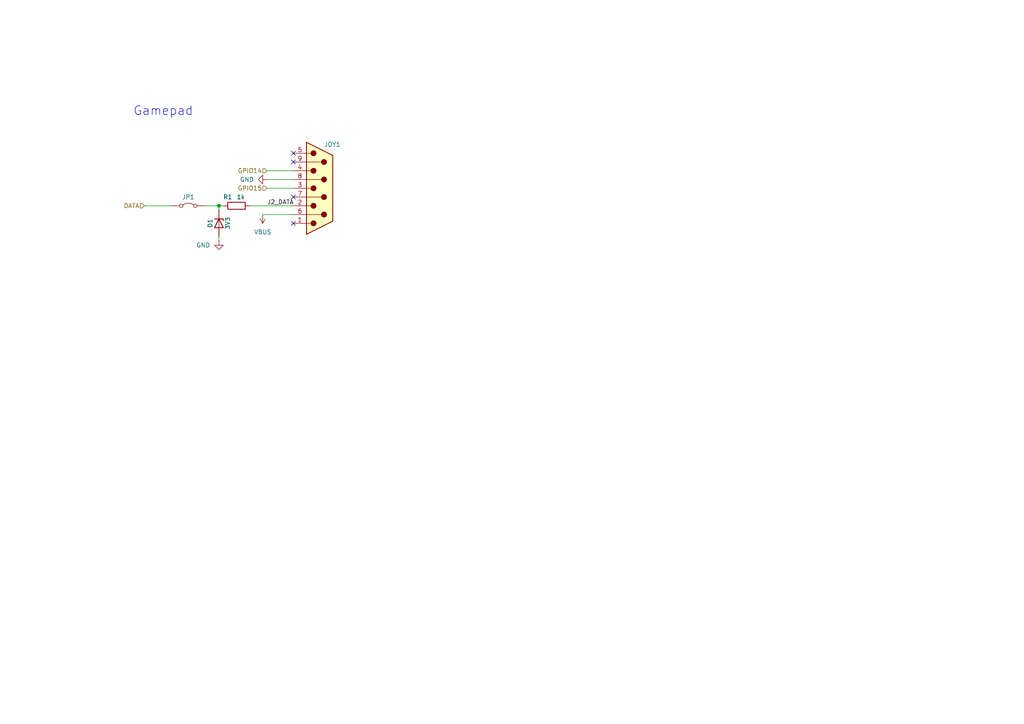
<source format=kicad_sch>
(kicad_sch (version 20231120) (generator "eeschema") (generator_version "8.0")
  (paper "A4")
  (title_block (title "FRANK") (date "2024-12-15") (rev "2.0") (company "Mikhail Matveev") (comment 1 "https://github.com/xtremespb/frank2"))
  (lib_symbols
    (symbol "Connector:DB9_Male" (pin_names (offset 1.016) hide)
      (property "Reference" "J" (at 0 13.97 0))
      (property "Value" "DB9_Male" (at 0 -14.605 0))
      (symbol "DB9_Male_0_1"
        (circle (center -1.778 -10.16) (radius 0.762) (fill (type outline)))
        (circle (center -1.778 -5.08) (radius 0.762) (fill (type outline)))
        (circle (center -1.778 0) (radius 0.762) (fill (type outline)))
        (circle (center -1.778 5.08) (radius 0.762) (fill (type outline)))
        (circle (center -1.778 10.16) (radius 0.762) (fill (type outline)))
        (polyline (pts (xy -3.81 -10.16) (xy -2.54 -10.16)))
        (polyline (pts (xy -3.81 -7.62) (xy 0.508 -7.62)))
        (polyline (pts (xy -3.81 -5.08) (xy -2.54 -5.08)))
        (polyline (pts (xy -3.81 -2.54) (xy 0.508 -2.54)))
        (polyline (pts (xy -3.81 0) (xy -2.54 0)))
        (polyline (pts (xy -3.81 2.54) (xy 0.508 2.54)))
        (polyline (pts (xy -3.81 5.08) (xy -2.54 5.08)))
        (polyline (pts (xy -3.81 7.62) (xy 0.508 7.62)))
        (polyline (pts (xy -3.81 10.16) (xy -2.54 10.16)))
        (polyline (pts (xy -3.81 -13.335) (xy -3.81 13.335) (xy 3.81 9.525) (xy 3.81 -9.525) (xy -3.81 -13.335)) (stroke (width 0.254)) (fill (type background)))
        (circle (center 1.27 -7.62) (radius 0.762) (fill (type outline)))
        (circle (center 1.27 -2.54) (radius 0.762) (fill (type outline)))
        (circle (center 1.27 2.54) (radius 0.762) (fill (type outline)))
        (circle (center 1.27 7.62) (radius 0.762) (fill (type outline)))
      )
      (symbol "DB9_Male_1_1"
        (pin passive line (at -7.62 -10.16 0) (length 3.81) (name "1") (number "1"))
        (pin passive line (at -7.62 -5.08 0) (length 3.81) (name "2") (number "2"))
        (pin passive line (at -7.62 0 0) (length 3.81) (name "3") (number "3"))
        (pin passive line (at -7.62 5.08 0) (length 3.81) (name "4") (number "4"))
        (pin passive line (at -7.62 10.16 0) (length 3.81) (name "5") (number "5"))
        (pin passive line (at -7.62 -7.62 0) (length 3.81) (name "6") (number "6"))
        (pin passive line (at -7.62 -2.54 0) (length 3.81) (name "7") (number "7"))
        (pin passive line (at -7.62 2.54 0) (length 3.81) (name "8") (number "8"))
        (pin passive line (at -7.62 7.62 0) (length 3.81) (name "9") (number "9"))
      )
    )
    (symbol "Device:D_Zener" (pin_numbers hide) (pin_names (offset 1.016) hide)
      (property "Reference" "D" (at 0 2.54 0))
      (property "Value" "D_Zener" (at 0 -2.54 0))
      (symbol "D_Zener_0_1"
        (polyline (pts (xy 1.27 0) (xy -1.27 0)))
        (polyline (pts (xy -1.27 -1.27) (xy -1.27 1.27) (xy -0.762 1.27)) (stroke (width 0.254)))
        (polyline (pts (xy 1.27 -1.27) (xy 1.27 1.27) (xy -1.27 0) (xy 1.27 -1.27)) (stroke (width 0.254)))
      )
      (symbol "D_Zener_1_1"
        (pin passive line (at -3.81 0 0) (length 2.54) (name "K") (number "1"))
        (pin passive line (at 3.81 0 180) (length 2.54) (name "A") (number "2"))
      )
    )
    (symbol "Device:R" (pin_numbers hide) (pin_names (offset 0))
      (property "Reference" "R" (at 2.032 0 90))
      (property "Value" "R" (at 0 0 90))
      (symbol "R_0_1"
        (rectangle (start -1.016 -2.54) (end 1.016 2.54) (stroke (width 0.254)))
      )
      (symbol "R_1_1"
        (pin passive line (at 0 3.81 270) (length 1.27) (name "~") (number "1"))
        (pin passive line (at 0 -3.81 90) (length 1.27) (name "~") (number "2"))
      )
    )
    (symbol "GND_1" (power) (pin_numbers hide) (pin_names (offset 0) hide)
      (property "Value" "GND" (at 0 -3.81 0))
      (symbol "GND_1_0_1"
        (polyline (pts (xy 0 0) (xy 0 -1.27) (xy 1.27 -1.27) (xy 0 -2.54) (xy -1.27 -1.27) (xy 0 -1.27)))
      )
      (symbol "GND_1_1_1"
        (pin power_in line (at 0 0 270) (length 0) (name "~") (number "1"))
      )
    )
    (symbol "Jumper:Jumper_2_Bridged" (pin_numbers hide) (pin_names (offset 0) hide) (exclude_from_sim yes)
      (property "Reference" "JP" (at 0 1.905 0))
      (property "Value" "Jumper_2_Bridged" (at 0 -2.54 0))
      (symbol "Jumper_2_Bridged_0_0"
        (circle (center -2.032 0) (radius 0.508))
        (circle (center 2.032 0) (radius 0.508))
      )
      (symbol "Jumper_2_Bridged_0_1"
        (arc (start 1.524 0.254) (mid 0 0.762) (end -1.524 0.254))
      )
      (symbol "Jumper_2_Bridged_1_1"
        (pin passive line (at -5.08 0 0) (length 2.54) (name "A") (number "1"))
        (pin passive line (at 5.08 0 180) (length 2.54) (name "B") (number "2"))
      )
    )
    (symbol "power:GND" (power) (pin_names (offset 0))
      (property "Value" "GND" (at 0 -3.81 0))
      (symbol "GND_0_1"
        (polyline (pts (xy 0 0) (xy 0 -1.27) (xy 1.27 -1.27) (xy 0 -2.54) (xy -1.27 -1.27) (xy 0 -1.27)))
      )
      (symbol "GND_1_1"
        (pin power_in line (at 0 0 270) (length 0) hide (name "GND") (number "1"))
      )
    )
    (symbol "power:VBUS" (power) (pin_numbers hide) (pin_names (offset 0) hide)
      (property "Value" "VBUS" (at 0 3.556 0))
      (symbol "VBUS_0_1"
        (polyline (pts (xy -0.762 1.27) (xy 0 2.54)))
        (polyline (pts (xy 0 0) (xy 0 2.54)))
        (polyline (pts (xy 0 2.54) (xy 0.762 1.27)))
      )
      (symbol "VBUS_1_1"
        (pin power_in line (at 0 0 90) (length 0) (name "~") (number "1"))
      )
    )
  )
  (junction (at 63.5 59.69))
  (no_connect (at 85.09 46.99))
  (no_connect (at 85.09 44.45))
  (no_connect (at 85.09 57.15))
  (no_connect (at 85.09 64.77))
  (wire (pts (xy 59.69 59.69) (xy 63.5 59.69)))
  (wire (pts (xy 77.47 54.61) (xy 85.09 54.61)))
  (wire (pts (xy 77.47 49.53) (xy 85.09 49.53)))
  (wire (pts (xy 76.2 62.23) (xy 85.09 62.23)))
  (wire (pts (xy 63.5 59.69) (xy 63.5 60.96)))
  (wire (pts (xy 41.91 59.69) (xy 49.53 59.69)))
  (wire (pts (xy 64.77 59.69) (xy 63.5 59.69)))
  (wire (pts (xy 63.5 68.58) (xy 63.5 69.85)))
  (wire (pts (xy 77.47 52.07) (xy 85.09 52.07)))
  (wire (pts (xy 72.39 59.69) (xy 85.09 59.69)))
  (text "Gamepad" (at 38.608 33.782 0) (effects (font (size 2.54 2.54)) (justify left bottom)))
  (label "J2_DATA" (at 77.47 59.69 0))
  (hierarchical_label "GPIO14" (shape input) (at 77.47 49.53 180))
  (hierarchical_label "GPIO15" (shape input) (at 77.47 54.61 180))
  (hierarchical_label "DATA" (shape input) (at 41.91 59.69 180))
  (symbol (lib_id "power:GND") (at 63.5 69.85 0) (unit 1)
    (property "Reference" "#PWR01" (effects (hide yes)))
    (property "Value" "GND" (at 60.96 71.12 0) (effects (justify right)))
    (instances (project "frank2" (path "" (reference "#PWR01") (unit 1)) (path "" (reference "#PWR026") (unit 1))))
  )
  (symbol (lib_id "Jumper:Jumper_2_Bridged") (at 54.61 59.69 0) (unit 1) (exclude_from_sim yes)
    (property "Reference" "JP1" (at 54.61 57.15 0))
    (property "Value" "RP ZERO +5V Jumper" (effects (hide yes)))
    (property "Footprint" "LIBS:Medved_PinHeader_1x02_P2.54mm_Vertical_R" (effects (hide yes)))
    (property "Description" "Jumper, 2-pole, closed/bridged" (effects (hide yes)))
    (instances (project "frank2" (path "" (reference "JP1") (unit 1)) (path "" (reference "JP4") (unit 1))))
  )
  (symbol (lib_id "Device:D_Zener") (at 63.5 64.77 270) (unit 1)
    (property "Reference" "D1" (at 60.96 64.77 0))
    (property "Value" "3V3" (at 66.04 64.77 0))
    (property "Footprint" "LIBS:Medved_D_0805" (effects (hide yes)))
    (instances (project "frank2" (path "" (reference "D1") (unit 1)) (path "" (reference "D3") (unit 1))))
  )
  (symbol (lib_id "power:VBUS") (at 76.2 62.23 180) (unit 1)
    (property "Reference" "#PWR02" (effects (hide yes)))
    (property "Value" "VBUS" (at 76.2 67.31 0))
    (property "Description" "Power symbol creates a global label with name \"VBUS\"" (effects (hide yes)))
    (instances (project "" (path "" (reference "#PWR02") (unit 1)) (path "" (reference "#PWR027") (unit 1))))
  )
  (symbol (lib_id "Connector:DB9_Male") (at 92.71 54.61 0) (unit 1)
    (property "Reference" "JOY1" (at 93.98 41.91 0) (effects (justify left)))
    (property "Value" "Joystick" (effects (hide yes)))
    (property "Footprint" "LIBS:DB9" (effects (hide yes)))
    (instances (project "frank2" (path "" (reference "JOY1") (unit 1)) (path "" (reference "JOY2") (unit 1))))
  )
  (symbol (lib_name "GND_1") (lib_id "power:GND") (at 77.47 52.07 270) (unit 1)
    (property "Reference" "#PWR03" (effects (hide yes)))
    (property "Value" "GND" (at 73.66 52.0699 90) (effects (justify right)))
    (property "Description" "Power symbol creates a global label with name \"GND\" , ground" (effects (hide yes)))
    (instances (project "" (path "" (reference "#PWR03") (unit 1)) (path "" (reference "#PWR028") (unit 1))))
  )
  (symbol (lib_id "Device:R") (at 68.58 59.69 90) (unit 1)
    (property "Reference" "R1" (at 66.04 57.15 90))
    (property "Value" "1k" (at 69.85 57.15 90))
    (property "Footprint" "LIBS:Medved_R_0805" (effects (hide yes)))
    (instances (project "frank2" (path "" (reference "R1") (unit 1)) (path "" (reference "R24") (unit 1))))
  )
)
</source>
